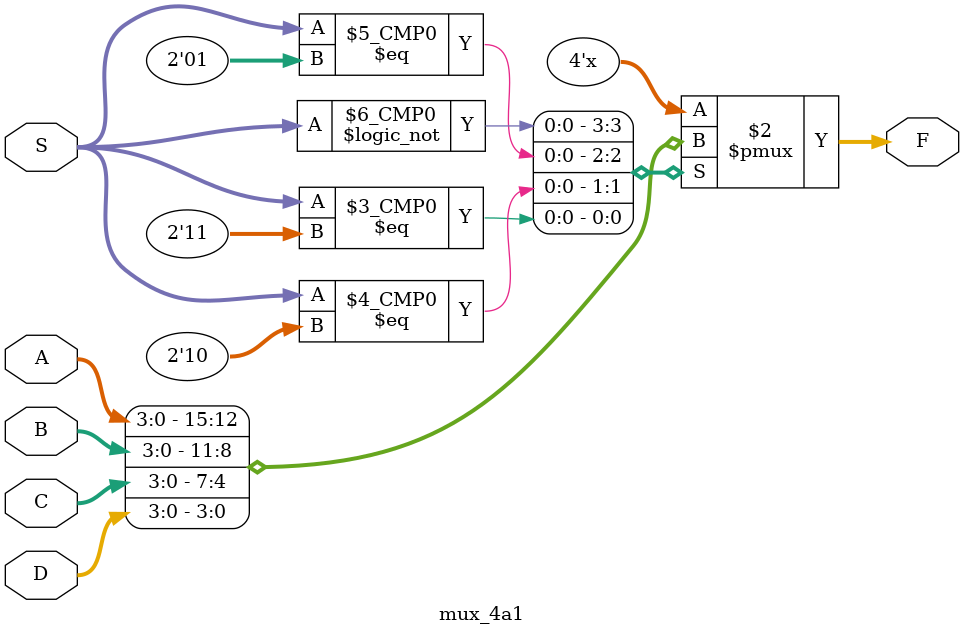
<source format=v>
`timescale 1ns / 1ps

module mux_4a1(
    input [3:0] A,
    input [3:0] B,
    input [3:0] C,
    input [3:0] D,
    output reg [3:0] F,
    input [1:0] S
    );

always @(*)
 case(S)
    0: F = A;
    1: F = B;
    2: F = C;
    3: F = D;
    default F = 4'b0000;
endcase
endmodule

</source>
